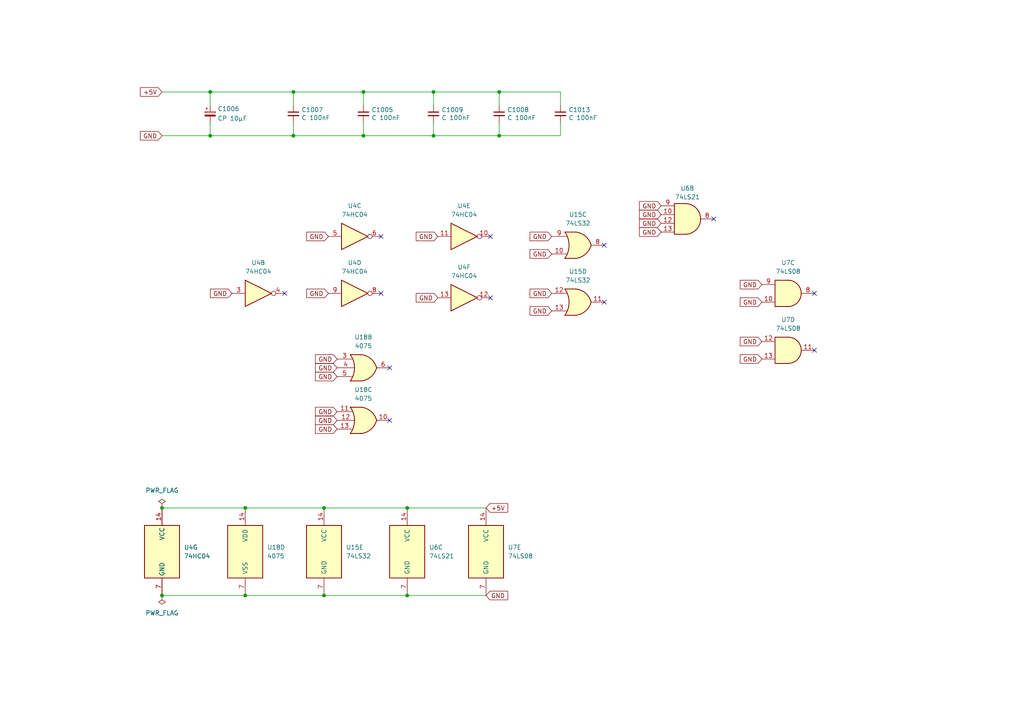
<source format=kicad_sch>
(kicad_sch (version 20231120) (generator "eeschema") (generator_version "8.0")
  (paper "A4")
  (title_block (title "Myth Microcontroller Project") (date "2024-09-21") (rev "1") (company "Picwok.com") (comment 1 "Project Contact: mim@ok-schalter.de (Michael)") (comment 2 "Author: Copyr. 2024 Michael Mangelsdorf/Dosflange@github") (comment 3 "Arithmetic-Logic Module (ALU)") (comment 4 "Glue Logic / Spare Units"))
  (lib_symbols
    (symbol "4xxx:4075" (pin_names (offset 1.016))
      (property "Reference" "U" (at 0 1.27 0))
      (property "Value" "4075" (at 0 -1.27 0))
      (symbol "4075_1_1"
        (arc (start -3.81 -3.81) (mid -2.589 0) (end -3.81 3.81) (stroke (width 0.254)))
        (arc (start -0.6096 -3.81) (mid 2.1855 -2.584) (end 3.81 0) (stroke (width 0.254)) (fill (type background)))
        (polyline (pts (xy -3.81 -3.81) (xy -0.635 -3.81)) (stroke (width 0.254)) (fill (type background)))
        (polyline (pts (xy -3.81 3.81) (xy -0.635 3.81)) (stroke (width 0.254)) (fill (type background)))
        (polyline (pts (xy -0.635 3.81) (xy -3.81 3.81) (xy -3.81 3.81) (xy -3.556 3.4036) (xy -3.0226 2.2606) (xy -2.6924 1.0414) (xy -2.6162 -0.254) (xy -2.7686 -1.4986) (xy -3.175 -2.7178) (xy -3.81 -3.81) (xy -3.81 -3.81) (xy -0.635 -3.81)) (stroke (width -25.4)) (fill (type background)))
        (arc (start 3.81 0) (mid 2.1928 2.5925) (end -0.6096 3.81) (stroke (width 0.254)) (fill (type background)))
        (pin input line (at -7.62 2.54 0) (length 4.318) (name "~") (number "1"))
        (pin input line (at -7.62 0 0) (length 4.953) (name "~") (number "2"))
        (pin input line (at -7.62 -2.54 0) (length 4.318) (name "~") (number "8"))
        (pin output line (at 7.62 0 180) (length 3.81) (name "~") (number "9"))
      )
      (symbol "4075_1_2"
        (arc (start 0 -3.81) (mid 3.7934 0) (end 0 3.81) (stroke (width 0.254)) (fill (type background)))
        (polyline (pts (xy 0 3.81) (xy -3.81 3.81) (xy -3.81 -3.81) (xy 0 -3.81)) (stroke (width 0.254)) (fill (type background)))
        (pin input inverted (at -7.62 2.54 0) (length 3.81) (name "~") (number "1"))
        (pin input inverted (at -7.62 0 0) (length 3.81) (name "~") (number "2"))
        (pin input inverted (at -7.62 -2.54 0) (length 3.81) (name "~") (number "8"))
        (pin output inverted (at 7.62 0 180) (length 3.81) (name "~") (number "9"))
      )
      (symbol "4075_2_1"
        (arc (start -3.81 -3.81) (mid -2.589 0) (end -3.81 3.81) (stroke (width 0.254)))
        (arc (start -0.6096 -3.81) (mid 2.1855 -2.584) (end 3.81 0) (stroke (width 0.254)) (fill (type background)))
        (polyline (pts (xy -3.81 -3.81) (xy -0.635 -3.81)) (stroke (width 0.254)) (fill (type background)))
        (polyline (pts (xy -3.81 3.81) (xy -0.635 3.81)) (stroke (width 0.254)) (fill (type background)))
        (polyline (pts (xy -0.635 3.81) (xy -3.81 3.81) (xy -3.81 3.81) (xy -3.556 3.4036) (xy -3.0226 2.2606) (xy -2.6924 1.0414) (xy -2.6162 -0.254) (xy -2.7686 -1.4986) (xy -3.175 -2.7178) (xy -3.81 -3.81) (xy -3.81 -3.81) (xy -0.635 -3.81)) (stroke (width -25.4)) (fill (type background)))
        (arc (start 3.81 0) (mid 2.1928 2.5925) (end -0.6096 3.81) (stroke (width 0.254)) (fill (type background)))
        (pin input line (at -7.62 2.54 0) (length 4.318) (name "~") (number "3"))
        (pin input line (at -7.62 0 0) (length 4.953) (name "~") (number "4"))
        (pin input line (at -7.62 -2.54 0) (length 4.318) (name "~") (number "5"))
        (pin output line (at 7.62 0 180) (length 3.81) (name "~") (number "6"))
      )
      (symbol "4075_2_2"
        (arc (start 0 -3.81) (mid 3.7934 0) (end 0 3.81) (stroke (width 0.254)) (fill (type background)))
        (polyline (pts (xy 0 3.81) (xy -3.81 3.81) (xy -3.81 -3.81) (xy 0 -3.81)) (stroke (width 0.254)) (fill (type background)))
        (pin input inverted (at -7.62 2.54 0) (length 3.81) (name "~") (number "3"))
        (pin input inverted (at -7.62 0 0) (length 3.81) (name "~") (number "4"))
        (pin input inverted (at -7.62 -2.54 0) (length 3.81) (name "~") (number "5"))
        (pin output inverted (at 7.62 0 180) (length 3.81) (name "~") (number "6"))
      )
      (symbol "4075_3_1"
        (arc (start -3.81 -3.81) (mid -2.589 0) (end -3.81 3.81) (stroke (width 0.254)))
        (arc (start -0.6096 -3.81) (mid 2.1855 -2.584) (end 3.81 0) (stroke (width 0.254)) (fill (type background)))
        (polyline (pts (xy -3.81 -3.81) (xy -0.635 -3.81)) (stroke (width 0.254)) (fill (type background)))
        (polyline (pts (xy -3.81 3.81) (xy -0.635 3.81)) (stroke (width 0.254)) (fill (type background)))
        (polyline (pts (xy -0.635 3.81) (xy -3.81 3.81) (xy -3.81 3.81) (xy -3.556 3.4036) (xy -3.0226 2.2606) (xy -2.6924 1.0414) (xy -2.6162 -0.254) (xy -2.7686 -1.4986) (xy -3.175 -2.7178) (xy -3.81 -3.81) (xy -3.81 -3.81) (xy -0.635 -3.81)) (stroke (width -25.4)) (fill (type background)))
        (arc (start 3.81 0) (mid 2.1928 2.5925) (end -0.6096 3.81) (stroke (width 0.254)) (fill (type background)))
        (pin output line (at 7.62 0 180) (length 3.81) (name "~") (number "10"))
        (pin input line (at -7.62 2.54 0) (length 4.318) (name "~") (number "11"))
        (pin input line (at -7.62 0 0) (length 4.953) (name "~") (number "12"))
        (pin input line (at -7.62 -2.54 0) (length 4.318) (name "~") (number "13"))
      )
      (symbol "4075_3_2"
        (arc (start 0 -3.81) (mid 3.7934 0) (end 0 3.81) (stroke (width 0.254)) (fill (type background)))
        (polyline (pts (xy 0 3.81) (xy -3.81 3.81) (xy -3.81 -3.81) (xy 0 -3.81)) (stroke (width 0.254)) (fill (type background)))
        (pin output inverted (at 7.62 0 180) (length 3.81) (name "~") (number "10"))
        (pin input inverted (at -7.62 2.54 0) (length 3.81) (name "~") (number "11"))
        (pin input inverted (at -7.62 0 0) (length 3.81) (name "~") (number "12"))
        (pin input inverted (at -7.62 -2.54 0) (length 3.81) (name "~") (number "13"))
      )
      (symbol "4075_4_0"
        (pin power_in line (at 0 12.7 270) (length 5.08) (name "VDD") (number "14"))
        (pin power_in line (at 0 -12.7 90) (length 5.08) (name "VSS") (number "7"))
      )
      (symbol "4075_4_1"
        (rectangle (start -5.08 7.62) (end 5.08 -7.62) (stroke (width 0.254)) (fill (type background)))
      )
    )
    (symbol "74xx:74HC04"
      (property "Reference" "U" (at 0 1.27 0))
      (property "Value" "74HC04" (at 0 -1.27 0))
      (symbol "74HC04_1_0"
        (polyline (pts (xy -3.81 3.81) (xy -3.81 -3.81) (xy 3.81 0) (xy -3.81 3.81)) (stroke (width 0.254)) (fill (type background)))
        (pin input line (at -7.62 0 0) (length 3.81) (name "~") (number "1"))
        (pin output inverted (at 7.62 0 180) (length 3.81) (name "~") (number "2"))
      )
      (symbol "74HC04_2_0"
        (polyline (pts (xy -3.81 3.81) (xy -3.81 -3.81) (xy 3.81 0) (xy -3.81 3.81)) (stroke (width 0.254)) (fill (type background)))
        (pin input line (at -7.62 0 0) (length 3.81) (name "~") (number "3"))
        (pin output inverted (at 7.62 0 180) (length 3.81) (name "~") (number "4"))
      )
      (symbol "74HC04_3_0"
        (polyline (pts (xy -3.81 3.81) (xy -3.81 -3.81) (xy 3.81 0) (xy -3.81 3.81)) (stroke (width 0.254)) (fill (type background)))
        (pin input line (at -7.62 0 0) (length 3.81) (name "~") (number "5"))
        (pin output inverted (at 7.62 0 180) (length 3.81) (name "~") (number "6"))
      )
      (symbol "74HC04_4_0"
        (polyline (pts (xy -3.81 3.81) (xy -3.81 -3.81) (xy 3.81 0) (xy -3.81 3.81)) (stroke (width 0.254)) (fill (type background)))
        (pin output inverted (at 7.62 0 180) (length 3.81) (name "~") (number "8"))
        (pin input line (at -7.62 0 0) (length 3.81) (name "~") (number "9"))
      )
      (symbol "74HC04_5_0"
        (polyline (pts (xy -3.81 3.81) (xy -3.81 -3.81) (xy 3.81 0) (xy -3.81 3.81)) (stroke (width 0.254)) (fill (type background)))
        (pin output inverted (at 7.62 0 180) (length 3.81) (name "~") (number "10"))
        (pin input line (at -7.62 0 0) (length 3.81) (name "~") (number "11"))
      )
      (symbol "74HC04_6_0"
        (polyline (pts (xy -3.81 3.81) (xy -3.81 -3.81) (xy 3.81 0) (xy -3.81 3.81)) (stroke (width 0.254)) (fill (type background)))
        (pin output inverted (at 7.62 0 180) (length 3.81) (name "~") (number "12"))
        (pin input line (at -7.62 0 0) (length 3.81) (name "~") (number "13"))
      )
      (symbol "74HC04_7_0"
        (pin power_in line (at 0 12.7 270) (length 5.08) (name "VCC") (number "14"))
        (pin power_in line (at 0 -12.7 90) (length 5.08) (name "GND") (number "7"))
      )
      (symbol "74HC04_7_1"
        (rectangle (start -5.08 7.62) (end 5.08 -7.62) (stroke (width 0.254)) (fill (type background)))
      )
    )
    (symbol "74xx:74LS08" (pin_names (offset 1.016))
      (property "Reference" "U" (at 0 1.27 0))
      (property "Value" "74LS08" (at 0 -1.27 0))
      (symbol "74LS08_1_1"
        (arc (start 0 -3.81) (mid 3.7934 0) (end 0 3.81) (stroke (width 0.254)) (fill (type background)))
        (polyline (pts (xy 0 3.81) (xy -3.81 3.81) (xy -3.81 -3.81) (xy 0 -3.81)) (stroke (width 0.254)) (fill (type background)))
        (pin input line (at -7.62 2.54 0) (length 3.81) (name "~") (number "1"))
        (pin input line (at -7.62 -2.54 0) (length 3.81) (name "~") (number "2"))
        (pin output line (at 7.62 0 180) (length 3.81) (name "~") (number "3"))
      )
      (symbol "74LS08_1_2"
        (arc (start -3.81 -3.81) (mid -2.589 0) (end -3.81 3.81) (stroke (width 0.254)))
        (arc (start -0.6096 -3.81) (mid 2.1855 -2.584) (end 3.81 0) (stroke (width 0.254)) (fill (type background)))
        (polyline (pts (xy -3.81 -3.81) (xy -0.635 -3.81)) (stroke (width 0.254)) (fill (type background)))
        (polyline (pts (xy -3.81 3.81) (xy -0.635 3.81)) (stroke (width 0.254)) (fill (type background)))
        (polyline (pts (xy -0.635 3.81) (xy -3.81 3.81) (xy -3.81 3.81) (xy -3.556 3.4036) (xy -3.0226 2.2606) (xy -2.6924 1.0414) (xy -2.6162 -0.254) (xy -2.7686 -1.4986) (xy -3.175 -2.7178) (xy -3.81 -3.81) (xy -3.81 -3.81) (xy -0.635 -3.81)) (stroke (width -25.4)) (fill (type background)))
        (arc (start 3.81 0) (mid 2.1928 2.5925) (end -0.6096 3.81) (stroke (width 0.254)) (fill (type background)))
        (pin input inverted (at -7.62 2.54 0) (length 4.318) (name "~") (number "1"))
        (pin input inverted (at -7.62 -2.54 0) (length 4.318) (name "~") (number "2"))
        (pin output inverted (at 7.62 0 180) (length 3.81) (name "~") (number "3"))
      )
      (symbol "74LS08_2_1"
        (arc (start 0 -3.81) (mid 3.7934 0) (end 0 3.81) (stroke (width 0.254)) (fill (type background)))
        (polyline (pts (xy 0 3.81) (xy -3.81 3.81) (xy -3.81 -3.81) (xy 0 -3.81)) (stroke (width 0.254)) (fill (type background)))
        (pin input line (at -7.62 2.54 0) (length 3.81) (name "~") (number "4"))
        (pin input line (at -7.62 -2.54 0) (length 3.81) (name "~") (number "5"))
        (pin output line (at 7.62 0 180) (length 3.81) (name "~") (number "6"))
      )
      (symbol "74LS08_2_2"
        (arc (start -3.81 -3.81) (mid -2.589 0) (end -3.81 3.81) (stroke (width 0.254)))
        (arc (start -0.6096 -3.81) (mid 2.1855 -2.584) (end 3.81 0) (stroke (width 0.254)) (fill (type background)))
        (polyline (pts (xy -3.81 -3.81) (xy -0.635 -3.81)) (stroke (width 0.254)) (fill (type background)))
        (polyline (pts (xy -3.81 3.81) (xy -0.635 3.81)) (stroke (width 0.254)) (fill (type background)))
        (polyline (pts (xy -0.635 3.81) (xy -3.81 3.81) (xy -3.81 3.81) (xy -3.556 3.4036) (xy -3.0226 2.2606) (xy -2.6924 1.0414) (xy -2.6162 -0.254) (xy -2.7686 -1.4986) (xy -3.175 -2.7178) (xy -3.81 -3.81) (xy -3.81 -3.81) (xy -0.635 -3.81)) (stroke (width -25.4)) (fill (type background)))
        (arc (start 3.81 0) (mid 2.1928 2.5925) (end -0.6096 3.81) (stroke (width 0.254)) (fill (type background)))
        (pin input inverted (at -7.62 2.54 0) (length 4.318) (name "~") (number "4"))
        (pin input inverted (at -7.62 -2.54 0) (length 4.318) (name "~") (number "5"))
        (pin output inverted (at 7.62 0 180) (length 3.81) (name "~") (number "6"))
      )
      (symbol "74LS08_3_1"
        (arc (start 0 -3.81) (mid 3.7934 0) (end 0 3.81) (stroke (width 0.254)) (fill (type background)))
        (polyline (pts (xy 0 3.81) (xy -3.81 3.81) (xy -3.81 -3.81) (xy 0 -3.81)) (stroke (width 0.254)) (fill (type background)))
        (pin input line (at -7.62 -2.54 0) (length 3.81) (name "~") (number "10"))
        (pin output line (at 7.62 0 180) (length 3.81) (name "~") (number "8"))
        (pin input line (at -7.62 2.54 0) (length 3.81) (name "~") (number "9"))
      )
      (symbol "74LS08_3_2"
        (arc (start -3.81 -3.81) (mid -2.589 0) (end -3.81 3.81) (stroke (width 0.254)))
        (arc (start -0.6096 -3.81) (mid 2.1855 -2.584) (end 3.81 0) (stroke (width 0.254)) (fill (type background)))
        (polyline (pts (xy -3.81 -3.81) (xy -0.635 -3.81)) (stroke (width 0.254)) (fill (type background)))
        (polyline (pts (xy -3.81 3.81) (xy -0.635 3.81)) (stroke (width 0.254)) (fill (type background)))
        (polyline (pts (xy -0.635 3.81) (xy -3.81 3.81) (xy -3.81 3.81) (xy -3.556 3.4036) (xy -3.0226 2.2606) (xy -2.6924 1.0414) (xy -2.6162 -0.254) (xy -2.7686 -1.4986) (xy -3.175 -2.7178) (xy -3.81 -3.81) (xy -3.81 -3.81) (xy -0.635 -3.81)) (stroke (width -25.4)) (fill (type background)))
        (arc (start 3.81 0) (mid 2.1928 2.5925) (end -0.6096 3.81) (stroke (width 0.254)) (fill (type background)))
        (pin input inverted (at -7.62 -2.54 0) (length 4.318) (name "~") (number "10"))
        (pin output inverted (at 7.62 0 180) (length 3.81) (name "~") (number "8"))
        (pin input inverted (at -7.62 2.54 0) (length 4.318) (name "~") (number "9"))
      )
      (symbol "74LS08_4_1"
        (arc (start 0 -3.81) (mid 3.7934 0) (end 0 3.81) (stroke (width 0.254)) (fill (type background)))
        (polyline (pts (xy 0 3.81) (xy -3.81 3.81) (xy -3.81 -3.81) (xy 0 -3.81)) (stroke (width 0.254)) (fill (type background)))
        (pin output line (at 7.62 0 180) (length 3.81) (name "~") (number "11"))
        (pin input line (at -7.62 2.54 0) (length 3.81) (name "~") (number "12"))
        (pin input line (at -7.62 -2.54 0) (length 3.81) (name "~") (number "13"))
      )
      (symbol "74LS08_4_2"
        (arc (start -3.81 -3.81) (mid -2.589 0) (end -3.81 3.81) (stroke (width 0.254)))
        (arc (start -0.6096 -3.81) (mid 2.1855 -2.584) (end 3.81 0) (stroke (width 0.254)) (fill (type background)))
        (polyline (pts (xy -3.81 -3.81) (xy -0.635 -3.81)) (stroke (width 0.254)) (fill (type background)))
        (polyline (pts (xy -3.81 3.81) (xy -0.635 3.81)) (stroke (width 0.254)) (fill (type background)))
        (polyline (pts (xy -0.635 3.81) (xy -3.81 3.81) (xy -3.81 3.81) (xy -3.556 3.4036) (xy -3.0226 2.2606) (xy -2.6924 1.0414) (xy -2.6162 -0.254) (xy -2.7686 -1.4986) (xy -3.175 -2.7178) (xy -3.81 -3.81) (xy -3.81 -3.81) (xy -0.635 -3.81)) (stroke (width -25.4)) (fill (type background)))
        (arc (start 3.81 0) (mid 2.1928 2.5925) (end -0.6096 3.81) (stroke (width 0.254)) (fill (type background)))
        (pin output inverted (at 7.62 0 180) (length 3.81) (name "~") (number "11"))
        (pin input inverted (at -7.62 2.54 0) (length 4.318) (name "~") (number "12"))
        (pin input inverted (at -7.62 -2.54 0) (length 4.318) (name "~") (number "13"))
      )
      (symbol "74LS08_5_0"
        (pin power_in line (at 0 12.7 270) (length 5.08) (name "VCC") (number "14"))
        (pin power_in line (at 0 -12.7 90) (length 5.08) (name "GND") (number "7"))
      )
      (symbol "74LS08_5_1"
        (rectangle (start -5.08 7.62) (end 5.08 -7.62) (stroke (width 0.254)) (fill (type background)))
      )
    )
    (symbol "74xx:74LS21" (pin_names (offset 1.016))
      (property "Reference" "U" (at 0 1.27 0))
      (property "Value" "74LS21" (at 0 -1.27 0))
      (symbol "74LS21_1_1"
        (arc (start -0.635 -4.445) (mid 3.7907 0) (end -0.635 4.445) (stroke (width 0.254)) (fill (type background)))
        (polyline (pts (xy -0.635 4.445) (xy -3.81 4.445) (xy -3.81 -4.445) (xy -0.635 -4.445)) (stroke (width 0.254)) (fill (type background)))
        (pin input line (at -7.62 3.81 0) (length 3.81) (name "~") (number "1"))
        (pin input line (at -7.62 1.27 0) (length 3.81) (name "~") (number "2"))
        (pin input line (at -7.62 -1.27 0) (length 3.81) (name "~") (number "4"))
        (pin input line (at -7.62 -3.81 0) (length 3.81) (name "~") (number "5"))
        (pin output line (at 7.62 0 180) (length 3.81) (name "~") (number "6"))
      )
      (symbol "74LS21_1_2"
        (arc (start -3.81 -4.445) (mid -2.5908 0) (end -3.81 4.445) (stroke (width 0.254)))
        (arc (start -0.6096 -4.445) (mid 2.2246 -2.8422) (end 3.81 0) (stroke (width 0.254)) (fill (type background)))
        (polyline (pts (xy -3.81 -4.445) (xy -0.635 -4.445)) (stroke (width 0.254)) (fill (type background)))
        (polyline (pts (xy -3.81 4.445) (xy -0.635 4.445)) (stroke (width 0.254)) (fill (type background)))
        (polyline (pts (xy -0.635 4.445) (xy -3.81 4.445) (xy -3.81 4.445) (xy -3.6322 4.0894) (xy -3.0988 2.921) (xy -2.7686 1.6764) (xy -2.6162 0.4318) (xy -2.6416 -0.8636) (xy -2.8702 -2.1082) (xy -3.2512 -3.3274) (xy -3.81 -4.445) (xy -3.81 -4.445) (xy -0.635 -4.445)) (stroke (width -25.4)) (fill (type background)))
        (arc (start 3.81 0) (mid 2.2204 2.8379) (end -0.6096 4.445) (stroke (width 0.254)) (fill (type background)))
        (pin input inverted (at -7.62 3.81 0) (length 3.81) (name "~") (number "1"))
        (pin input inverted (at -7.62 1.27 0) (length 4.826) (name "~") (number "2"))
        (pin input inverted (at -7.62 -1.27 0) (length 4.826) (name "~") (number "4"))
        (pin input inverted (at -7.62 -3.81 0) (length 3.81) (name "~") (number "5"))
        (pin output inverted (at 7.62 0 180) (length 3.81) (name "~") (number "6"))
      )
      (symbol "74LS21_2_1"
        (arc (start -0.635 -4.445) (mid 3.7907 0) (end -0.635 4.445) (stroke (width 0.254)) (fill (type background)))
        (polyline (pts (xy -0.635 4.445) (xy -3.81 4.445) (xy -3.81 -4.445) (xy -0.635 -4.445)) (stroke (width 0.254)) (fill (type background)))
        (pin input line (at -7.62 1.27 0) (length 3.81) (name "~") (number "10"))
        (pin input line (at -7.62 -1.27 0) (length 3.81) (name "~") (number "12"))
        (pin input line (at -7.62 -3.81 0) (length 3.81) (name "~") (number "13"))
        (pin output line (at 7.62 0 180) (length 3.81) (name "~") (number "8"))
        (pin input line (at -7.62 3.81 0) (length 3.81) (name "~") (number "9"))
      )
      (symbol "74LS21_2_2"
        (arc (start -3.81 -4.445) (mid -2.5908 0) (end -3.81 4.445) (stroke (width 0.254)))
        (arc (start -0.6096 -4.445) (mid 2.2246 -2.8422) (end 3.81 0) (stroke (width 0.254)) (fill (type background)))
        (polyline (pts (xy -3.81 -4.445) (xy -0.635 -4.445)) (stroke (width 0.254)) (fill (type background)))
        (polyline (pts (xy -3.81 4.445) (xy -0.635 4.445)) (stroke (width 0.254)) (fill (type background)))
        (polyline (pts (xy -0.635 4.445) (xy -3.81 4.445) (xy -3.81 4.445) (xy -3.6322 4.0894) (xy -3.0988 2.921) (xy -2.7686 1.6764) (xy -2.6162 0.4318) (xy -2.6416 -0.8636) (xy -2.8702 -2.1082) (xy -3.2512 -3.3274) (xy -3.81 -4.445) (xy -3.81 -4.445) (xy -0.635 -4.445)) (stroke (width -25.4)) (fill (type background)))
        (arc (start 3.81 0) (mid 2.2204 2.8379) (end -0.6096 4.445) (stroke (width 0.254)) (fill (type background)))
        (pin input inverted (at -7.62 1.27 0) (length 4.826) (name "~") (number "10"))
        (pin input inverted (at -7.62 -1.27 0) (length 4.826) (name "~") (number "12"))
        (pin input inverted (at -7.62 -3.81 0) (length 3.81) (name "~") (number "13"))
        (pin output inverted (at 7.62 0 180) (length 3.81) (name "~") (number "8"))
        (pin input inverted (at -7.62 3.81 0) (length 3.81) (name "~") (number "9"))
      )
      (symbol "74LS21_3_0"
        (pin power_in line (at 0 12.7 270) (length 5.08) (name "VCC") (number "14"))
        (pin power_in line (at 0 -12.7 90) (length 5.08) (name "GND") (number "7"))
      )
      (symbol "74LS21_3_1"
        (rectangle (start -5.08 7.62) (end 5.08 -7.62) (stroke (width 0.254)) (fill (type background)))
      )
    )
    (symbol "74xx:74LS32" (pin_names (offset 1.016))
      (property "Reference" "U" (at 0 1.27 0))
      (property "Value" "74LS32" (at 0 -1.27 0))
      (symbol "74LS32_1_1"
        (arc (start -3.81 -3.81) (mid -2.589 0) (end -3.81 3.81) (stroke (width 0.254)))
        (arc (start -0.6096 -3.81) (mid 2.1855 -2.584) (end 3.81 0) (stroke (width 0.254)) (fill (type background)))
        (polyline (pts (xy -3.81 -3.81) (xy -0.635 -3.81)) (stroke (width 0.254)) (fill (type background)))
        (polyline (pts (xy -3.81 3.81) (xy -0.635 3.81)) (stroke (width 0.254)) (fill (type background)))
        (polyline (pts (xy -0.635 3.81) (xy -3.81 3.81) (xy -3.81 3.81) (xy -3.556 3.4036) (xy -3.0226 2.2606) (xy -2.6924 1.0414) (xy -2.6162 -0.254) (xy -2.7686 -1.4986) (xy -3.175 -2.7178) (xy -3.81 -3.81) (xy -3.81 -3.81) (xy -0.635 -3.81)) (stroke (width -25.4)) (fill (type background)))
        (arc (start 3.81 0) (mid 2.1928 2.5925) (end -0.6096 3.81) (stroke (width 0.254)) (fill (type background)))
        (pin input line (at -7.62 2.54 0) (length 4.318) (name "~") (number "1"))
        (pin input line (at -7.62 -2.54 0) (length 4.318) (name "~") (number "2"))
        (pin output line (at 7.62 0 180) (length 3.81) (name "~") (number "3"))
      )
      (symbol "74LS32_1_2"
        (arc (start 0 -3.81) (mid 3.7934 0) (end 0 3.81) (stroke (width 0.254)) (fill (type background)))
        (polyline (pts (xy 0 3.81) (xy -3.81 3.81) (xy -3.81 -3.81) (xy 0 -3.81)) (stroke (width 0.254)) (fill (type background)))
        (pin input inverted (at -7.62 2.54 0) (length 3.81) (name "~") (number "1"))
        (pin input inverted (at -7.62 -2.54 0) (length 3.81) (name "~") (number "2"))
        (pin output inverted (at 7.62 0 180) (length 3.81) (name "~") (number "3"))
      )
      (symbol "74LS32_2_1"
        (arc (start -3.81 -3.81) (mid -2.589 0) (end -3.81 3.81) (stroke (width 0.254)))
        (arc (start -0.6096 -3.81) (mid 2.1855 -2.584) (end 3.81 0) (stroke (width 0.254)) (fill (type background)))
        (polyline (pts (xy -3.81 -3.81) (xy -0.635 -3.81)) (stroke (width 0.254)) (fill (type background)))
        (polyline (pts (xy -3.81 3.81) (xy -0.635 3.81)) (stroke (width 0.254)) (fill (type background)))
        (polyline (pts (xy -0.635 3.81) (xy -3.81 3.81) (xy -3.81 3.81) (xy -3.556 3.4036) (xy -3.0226 2.2606) (xy -2.6924 1.0414) (xy -2.6162 -0.254) (xy -2.7686 -1.4986) (xy -3.175 -2.7178) (xy -3.81 -3.81) (xy -3.81 -3.81) (xy -0.635 -3.81)) (stroke (width -25.4)) (fill (type background)))
        (arc (start 3.81 0) (mid 2.1928 2.5925) (end -0.6096 3.81) (stroke (width 0.254)) (fill (type background)))
        (pin input line (at -7.62 2.54 0) (length 4.318) (name "~") (number "4"))
        (pin input line (at -7.62 -2.54 0) (length 4.318) (name "~") (number "5"))
        (pin output line (at 7.62 0 180) (length 3.81) (name "~") (number "6"))
      )
      (symbol "74LS32_2_2"
        (arc (start 0 -3.81) (mid 3.7934 0) (end 0 3.81) (stroke (width 0.254)) (fill (type background)))
        (polyline (pts (xy 0 3.81) (xy -3.81 3.81) (xy -3.81 -3.81) (xy 0 -3.81)) (stroke (width 0.254)) (fill (type background)))
        (pin input inverted (at -7.62 2.54 0) (length 3.81) (name "~") (number "4"))
        (pin input inverted (at -7.62 -2.54 0) (length 3.81) (name "~") (number "5"))
        (pin output inverted (at 7.62 0 180) (length 3.81) (name "~") (number "6"))
      )
      (symbol "74LS32_3_1"
        (arc (start -3.81 -3.81) (mid -2.589 0) (end -3.81 3.81) (stroke (width 0.254)))
        (arc (start -0.6096 -3.81) (mid 2.1855 -2.584) (end 3.81 0) (stroke (width 0.254)) (fill (type background)))
        (polyline (pts (xy -3.81 -3.81) (xy -0.635 -3.81)) (stroke (width 0.254)) (fill (type background)))
        (polyline (pts (xy -3.81 3.81) (xy -0.635 3.81)) (stroke (width 0.254)) (fill (type background)))
        (polyline (pts (xy -0.635 3.81) (xy -3.81 3.81) (xy -3.81 3.81) (xy -3.556 3.4036) (xy -3.0226 2.2606) (xy -2.6924 1.0414) (xy -2.6162 -0.254) (xy -2.7686 -1.4986) (xy -3.175 -2.7178) (xy -3.81 -3.81) (xy -3.81 -3.81) (xy -0.635 -3.81)) (stroke (width -25.4)) (fill (type background)))
        (arc (start 3.81 0) (mid 2.1928 2.5925) (end -0.6096 3.81) (stroke (width 0.254)) (fill (type background)))
        (pin input line (at -7.62 -2.54 0) (length 4.318) (name "~") (number "10"))
        (pin output line (at 7.62 0 180) (length 3.81) (name "~") (number "8"))
        (pin input line (at -7.62 2.54 0) (length 4.318) (name "~") (number "9"))
      )
      (symbol "74LS32_3_2"
        (arc (start 0 -3.81) (mid 3.7934 0) (end 0 3.81) (stroke (width 0.254)) (fill (type background)))
        (polyline (pts (xy 0 3.81) (xy -3.81 3.81) (xy -3.81 -3.81) (xy 0 -3.81)) (stroke (width 0.254)) (fill (type background)))
        (pin input inverted (at -7.62 -2.54 0) (length 3.81) (name "~") (number "10"))
        (pin output inverted (at 7.62 0 180) (length 3.81) (name "~") (number "8"))
        (pin input inverted (at -7.62 2.54 0) (length 3.81) (name "~") (number "9"))
      )
      (symbol "74LS32_4_1"
        (arc (start -3.81 -3.81) (mid -2.589 0) (end -3.81 3.81) (stroke (width 0.254)))
        (arc (start -0.6096 -3.81) (mid 2.1855 -2.584) (end 3.81 0) (stroke (width 0.254)) (fill (type background)))
        (polyline (pts (xy -3.81 -3.81) (xy -0.635 -3.81)) (stroke (width 0.254)) (fill (type background)))
        (polyline (pts (xy -3.81 3.81) (xy -0.635 3.81)) (stroke (width 0.254)) (fill (type background)))
        (polyline (pts (xy -0.635 3.81) (xy -3.81 3.81) (xy -3.81 3.81) (xy -3.556 3.4036) (xy -3.0226 2.2606) (xy -2.6924 1.0414) (xy -2.6162 -0.254) (xy -2.7686 -1.4986) (xy -3.175 -2.7178) (xy -3.81 -3.81) (xy -3.81 -3.81) (xy -0.635 -3.81)) (stroke (width -25.4)) (fill (type background)))
        (arc (start 3.81 0) (mid 2.1928 2.5925) (end -0.6096 3.81) (stroke (width 0.254)) (fill (type background)))
        (pin output line (at 7.62 0 180) (length 3.81) (name "~") (number "11"))
        (pin input line (at -7.62 2.54 0) (length 4.318) (name "~") (number "12"))
        (pin input line (at -7.62 -2.54 0) (length 4.318) (name "~") (number "13"))
      )
      (symbol "74LS32_4_2"
        (arc (start 0 -3.81) (mid 3.7934 0) (end 0 3.81) (stroke (width 0.254)) (fill (type background)))
        (polyline (pts (xy 0 3.81) (xy -3.81 3.81) (xy -3.81 -3.81) (xy 0 -3.81)) (stroke (width 0.254)) (fill (type background)))
        (pin output inverted (at 7.62 0 180) (length 3.81) (name "~") (number "11"))
        (pin input inverted (at -7.62 2.54 0) (length 3.81) (name "~") (number "12"))
        (pin input inverted (at -7.62 -2.54 0) (length 3.81) (name "~") (number "13"))
      )
      (symbol "74LS32_5_0"
        (pin power_in line (at 0 12.7 270) (length 5.08) (name "VCC") (number "14"))
        (pin power_in line (at 0 -12.7 90) (length 5.08) (name "GND") (number "7"))
      )
      (symbol "74LS32_5_1"
        (rectangle (start -5.08 7.62) (end 5.08 -7.62) (stroke (width 0.254)) (fill (type background)))
      )
    )
    (symbol "Device:C_Polarized_Small" (pin_numbers hide) (pin_names (offset 0.254) hide)
      (property "Reference" "C" (at 0.254 1.778 0))
      (property "Value" "C_Polarized_Small" (at 0.254 -2.032 0))
      (symbol "C_Polarized_Small_0_1"
        (rectangle (start -1.524 -0.3048) (end 1.524 -0.6858) (fill (type outline)))
        (rectangle (start -1.524 0.6858) (end 1.524 0.3048))
        (polyline (pts (xy -1.27 1.524) (xy -0.762 1.524)))
        (polyline (pts (xy -1.016 1.27) (xy -1.016 1.778)))
      )
      (symbol "C_Polarized_Small_1_1"
        (pin passive line (at 0 2.54 270) (length 1.8542) (name "~") (number "1"))
        (pin passive line (at 0 -2.54 90) (length 1.8542) (name "~") (number "2"))
      )
    )
    (symbol "Device:C_Small" (pin_numbers hide) (pin_names (offset 0.254) hide)
      (property "Reference" "C" (at 0.254 1.778 0))
      (property "Value" "C_Small" (at 0.254 -2.032 0))
      (symbol "C_Small_0_1"
        (polyline (pts (xy -1.524 -0.508) (xy 1.524 -0.508)) (stroke (width 0.3302)))
        (polyline (pts (xy -1.524 0.508) (xy 1.524 0.508)) (stroke (width 0.3048)))
      )
      (symbol "C_Small_1_1"
        (pin passive line (at 0 2.54 270) (length 2.032) (name "~") (number "1"))
        (pin passive line (at 0 -2.54 90) (length 2.032) (name "~") (number "2"))
      )
    )
    (symbol "power:PWR_FLAG" (power) (pin_numbers hide) (pin_names (offset 0) hide)
      (property "Value" "PWR_FLAG" (at 0 3.81 0))
      (symbol "PWR_FLAG_0_0"
        (pin power_out line (at 0 0 90) (length 0) (name "~") (number "1"))
      )
      (symbol "PWR_FLAG_0_1"
        (polyline (pts (xy 0 0) (xy 0 1.27) (xy -1.016 1.905) (xy 0 2.54) (xy 1.016 1.905) (xy 0 1.27)))
      )
    )
  )
  (junction (at 93.98 147.32))
  (junction (at 60.96 26.67))
  (junction (at 105.41 39.37))
  (junction (at 144.78 39.37))
  (junction (at 125.73 26.67))
  (junction (at 125.73 39.37))
  (junction (at 93.98 172.72))
  (junction (at 46.99 172.72))
  (junction (at 118.11 147.32))
  (junction (at 71.12 172.72))
  (junction (at 60.96 39.37))
  (junction (at 85.09 39.37))
  (junction (at 118.11 172.72))
  (junction (at 46.99 147.32))
  (junction (at 71.12 147.32))
  (junction (at 85.09 26.67))
  (junction (at 105.41 26.67))
  (junction (at 144.78 26.67))
  (no_connect (at 113.03 121.92))
  (no_connect (at 175.26 71.12))
  (no_connect (at 142.24 86.36))
  (no_connect (at 110.49 85.09))
  (no_connect (at 207.01 63.5))
  (no_connect (at 175.26 87.63))
  (no_connect (at 82.55 85.09))
  (no_connect (at 110.49 68.58))
  (no_connect (at 236.22 85.09))
  (no_connect (at 236.22 101.6))
  (no_connect (at 142.24 68.58))
  (no_connect (at 113.03 106.68))
  (wire (pts (xy 144.78 30.48) (xy 144.78 26.67)))
  (wire (pts (xy 85.09 39.37) (xy 105.41 39.37)))
  (wire (pts (xy 71.12 172.72) (xy 93.98 172.72)))
  (wire (pts (xy 105.41 35.56) (xy 105.41 39.37)))
  (wire (pts (xy 60.96 30.48) (xy 60.96 26.67)))
  (wire (pts (xy 105.41 39.37) (xy 125.73 39.37)))
  (wire (pts (xy 93.98 172.72) (xy 118.11 172.72)))
  (wire (pts (xy 125.73 26.67) (xy 144.78 26.67)))
  (wire (pts (xy 46.99 39.37) (xy 60.96 39.37)))
  (wire (pts (xy 60.96 39.37) (xy 85.09 39.37)))
  (wire (pts (xy 144.78 35.56) (xy 144.78 39.37)))
  (wire (pts (xy 118.11 147.32) (xy 140.97 147.32)))
  (wire (pts (xy 85.09 26.67) (xy 105.41 26.67)))
  (wire (pts (xy 125.73 35.56) (xy 125.73 39.37)))
  (wire (pts (xy 125.73 39.37) (xy 144.78 39.37)))
  (wire (pts (xy 46.99 26.67) (xy 60.96 26.67)))
  (wire (pts (xy 85.09 30.48) (xy 85.09 26.67)))
  (wire (pts (xy 60.96 26.67) (xy 85.09 26.67)))
  (wire (pts (xy 93.98 147.32) (xy 118.11 147.32)))
  (wire (pts (xy 105.41 30.48) (xy 105.41 26.67)))
  (wire (pts (xy 105.41 26.67) (xy 125.73 26.67)))
  (wire (pts (xy 85.09 35.56) (xy 85.09 39.37)))
  (wire (pts (xy 118.11 172.72) (xy 140.97 172.72)))
  (wire (pts (xy 144.78 26.67) (xy 162.56 26.67)))
  (wire (pts (xy 46.99 172.72) (xy 71.12 172.72)))
  (wire (pts (xy 46.99 147.32) (xy 71.12 147.32)))
  (wire (pts (xy 144.78 39.37) (xy 162.56 39.37)))
  (wire (pts (xy 60.96 35.56) (xy 60.96 39.37)))
  (wire (pts (xy 71.12 147.32) (xy 93.98 147.32)))
  (wire (pts (xy 162.56 35.56) (xy 162.56 39.37)))
  (wire (pts (xy 125.73 30.48) (xy 125.73 26.67)))
  (wire (pts (xy 162.56 30.48) (xy 162.56 26.67)))
  (global_label "GND" (shape input) (at 191.77 59.69 180) (property "Intersheetrefs" "${INTERSHEET_REFS}" (effects (hide yes))))
  (global_label "GND" (shape input) (at 97.79 109.22 180) (property "Intersheetrefs" "${INTERSHEET_REFS}" (effects (hide yes))))
  (global_label "GND" (shape input) (at 191.77 62.23 180) (property "Intersheetrefs" "${INTERSHEET_REFS}" (effects (hide yes))))
  (global_label "GND" (shape input) (at 97.79 106.68 180) (property "Intersheetrefs" "${INTERSHEET_REFS}" (effects (hide yes))))
  (global_label "GND" (shape input) (at 160.02 68.58 180) (property "Intersheetrefs" "${INTERSHEET_REFS}" (effects (hide yes))))
  (global_label "GND" (shape input) (at 97.79 119.38 180) (property "Intersheetrefs" "${INTERSHEET_REFS}" (effects (hide yes))))
  (global_label "GND" (shape input) (at 46.99 39.37 180) (property "Intersheetrefs" "${INTERSHEET_REFS}" (effects (hide yes))))
  (global_label "GND" (shape input) (at 191.77 67.31 180) (property "Intersheetrefs" "${INTERSHEET_REFS}" (effects (hide yes))))
  (global_label "+5V" (shape input) (at 140.97 147.32 0) (property "Intersheetrefs" "${INTERSHEET_REFS}" (effects (hide yes))))
  (global_label "GND" (shape input) (at 220.98 87.63 180) (property "Intersheetrefs" "${INTERSHEET_REFS}" (effects (hide yes))))
  (global_label "GND" (shape input) (at 97.79 124.46 180) (property "Intersheetrefs" "${INTERSHEET_REFS}" (effects (hide yes))))
  (global_label "GND" (shape input) (at 220.98 104.14 180) (property "Intersheetrefs" "${INTERSHEET_REFS}" (effects (hide yes))))
  (global_label "GND" (shape input) (at 160.02 90.17 180) (property "Intersheetrefs" "${INTERSHEET_REFS}" (effects (hide yes))))
  (global_label "GND" (shape input) (at 160.02 73.66 180) (property "Intersheetrefs" "${INTERSHEET_REFS}" (effects (hide yes))))
  (global_label "GND" (shape input) (at 97.79 104.14 180) (property "Intersheetrefs" "${INTERSHEET_REFS}" (effects (hide yes))))
  (global_label "GND" (shape input) (at 95.25 85.09 180) (property "Intersheetrefs" "${INTERSHEET_REFS}" (effects (hide yes))))
  (global_label "GND" (shape input) (at 220.98 99.06 180) (property "Intersheetrefs" "${INTERSHEET_REFS}" (effects (hide yes))))
  (global_label "GND" (shape input) (at 127 68.58 180) (property "Intersheetrefs" "${INTERSHEET_REFS}" (effects (hide yes))))
  (global_label "GND" (shape input) (at 220.98 82.55 180) (property "Intersheetrefs" "${INTERSHEET_REFS}" (effects (hide yes))))
  (global_label "GND" (shape input) (at 97.79 121.92 180) (property "Intersheetrefs" "${INTERSHEET_REFS}" (effects (hide yes))))
  (global_label "GND" (shape input) (at 140.97 172.72 0) (property "Intersheetrefs" "${INTERSHEET_REFS}" (effects (hide yes))))
  (global_label "+5V" (shape input) (at 46.99 26.67 180) (property "Intersheetrefs" "${INTERSHEET_REFS}" (effects (hide yes))))
  (global_label "GND" (shape input) (at 127 86.36 180) (property "Intersheetrefs" "${INTERSHEET_REFS}" (effects (hide yes))))
  (global_label "GND" (shape input) (at 191.77 64.77 180) (property "Intersheetrefs" "${INTERSHEET_REFS}" (effects (hide yes))))
  (global_label "GND" (shape input) (at 67.31 85.09 180) (property "Intersheetrefs" "${INTERSHEET_REFS}" (effects (hide yes))))
  (global_label "GND" (shape input) (at 95.25 68.58 180) (property "Intersheetrefs" "${INTERSHEET_REFS}" (effects (hide yes))))
  (global_label "GND" (shape input) (at 160.02 85.09 180) (property "Intersheetrefs" "${INTERSHEET_REFS}" (effects (hide yes))))
  (symbol (lib_id "74xx:74LS08") (at 228.6 85.09 0) (unit 3)
    (property "Reference" "U7" (at 228.5917 76.2 0))
    (property "Value" "74LS08" (at 228.5917 78.74 0))
    (property "Footprint" "Package_DIP:DIP-14_W7.62mm_Socket_LongPads" (effects (hide yes)))
    (property "Datasheet" "http://www.ti.com/lit/gpn/sn74LS08" (effects (hide yes)))
    (property "Description" "Quad And2" (effects (hide yes)))
  )
  (symbol (lib_id "74xx:74LS32") (at 167.64 87.63 0) (unit 4)
    (property "Reference" "U15" (at 167.64 78.74 0))
    (property "Value" "74LS32" (at 167.64 81.28 0))
    (property "Footprint" "Package_DIP:DIP-14_W7.62mm_Socket_LongPads" (effects (hide yes)))
    (property "Datasheet" "http://www.ti.com/lit/gpn/sn74LS32" (effects (hide yes)))
    (property "Description" "Quad 2-input OR" (effects (hide yes)))
  )
  (symbol (lib_id "Device:C_Polarized_Small") (at 60.96 33.02 0) (unit 1)
    (property "Reference" "C1006" (at 63.119 31.5654 0) (effects (justify left)))
    (property "Value" "CP 10μF" (at 63.119 34.3405 0) (effects (justify left)))
    (property "Footprint" "Capacitor_THT:CP_Radial_D6.3mm_P2.50mm" (effects (hide yes)))
  )
  (symbol (lib_id "Device:C_Small") (at 85.09 33.02 0) (unit 1)
    (property "Reference" "C1007" (at 87.4268 31.8516 0) (effects (justify left)))
    (property "Value" "C 100nF" (at 87.4268 34.163 0) (effects (justify left)))
    (property "Footprint" "Capacitor_THT:C_Disc_D5.0mm_W2.5mm_P2.50mm" (effects (hide yes)))
  )
  (symbol (lib_id "74xx:74HC04") (at 134.62 86.36 0) (unit 6)
    (property "Reference" "U4" (at 134.62 77.47 0))
    (property "Value" "74HC04" (at 134.62 80.01 0))
    (property "Footprint" "Package_DIP:DIP-14_W7.62mm_Socket_LongPads" (effects (hide yes)))
    (property "Datasheet" "https://assets.nexperia.com/documents/data-sheet/74HC_HCT04.pdf" (effects (hide yes)))
    (property "Description" "Hex Inverter" (effects (hide yes)))
  )
  (symbol (lib_id "74xx:74LS08") (at 228.6 101.6 0) (unit 4)
    (property "Reference" "U7" (at 228.5917 92.71 0))
    (property "Value" "74LS08" (at 228.5917 95.25 0))
    (property "Footprint" "Package_DIP:DIP-14_W7.62mm_Socket_LongPads" (effects (hide yes)))
    (property "Datasheet" "http://www.ti.com/lit/gpn/sn74LS08" (effects (hide yes)))
    (property "Description" "Quad And2" (effects (hide yes)))
  )
  (symbol (lib_id "74xx:74HC04") (at 46.99 160.02 0) (unit 7)
    (property "Reference" "U4" (at 53.34 158.7499 0) (effects (justify left)))
    (property "Value" "74HC04" (at 53.34 161.2899 0) (effects (justify left)))
    (property "Footprint" "Package_DIP:DIP-14_W7.62mm_Socket_LongPads" (effects (hide yes)))
    (property "Datasheet" "https://assets.nexperia.com/documents/data-sheet/74HC_HCT04.pdf" (effects (hide yes)))
    (property "Description" "Hex Inverter" (effects (hide yes)))
  )
  (symbol (lib_id "74xx:74LS08") (at 140.97 160.02 0) (unit 5)
    (property "Reference" "U7" (at 147.32 158.7499 0) (effects (justify left)))
    (property "Value" "74LS08" (at 147.32 161.2899 0) (effects (justify left)))
    (property "Footprint" "Package_DIP:DIP-14_W7.62mm_Socket_LongPads" (effects (hide yes)))
    (property "Datasheet" "http://www.ti.com/lit/gpn/sn74LS08" (effects (hide yes)))
    (property "Description" "Quad And2" (effects (hide yes)))
  )
  (symbol (lib_id "74xx:74HC04") (at 134.62 68.58 0) (unit 5)
    (property "Reference" "U4" (at 134.62 59.69 0))
    (property "Value" "74HC04" (at 134.62 62.23 0))
    (property "Footprint" "Package_DIP:DIP-14_W7.62mm_Socket_LongPads" (effects (hide yes)))
    (property "Datasheet" "https://assets.nexperia.com/documents/data-sheet/74HC_HCT04.pdf" (effects (hide yes)))
    (property "Description" "Hex Inverter" (effects (hide yes)))
  )
  (symbol (lib_id "74xx:74LS21") (at 199.39 63.5 0) (unit 2)
    (property "Reference" "U6" (at 199.3803 54.61 0))
    (property "Value" "74LS21" (at 199.3803 57.15 0))
    (property "Footprint" "Package_DIP:DIP-14_W7.62mm_Socket_LongPads" (effects (hide yes)))
    (property "Datasheet" "http://www.ti.com/lit/gpn/sn74LS21" (effects (hide yes)))
    (property "Description" "Dual 4-input AND" (effects (hide yes)))
  )
  (symbol (lib_id "74xx:74HC04") (at 74.93 85.09 0) (unit 2)
    (property "Reference" "U4" (at 74.93 76.2 0))
    (property "Value" "74HC04" (at 74.93 78.74 0))
    (property "Footprint" "Package_DIP:DIP-14_W7.62mm_Socket_LongPads" (effects (hide yes)))
    (property "Datasheet" "https://assets.nexperia.com/documents/data-sheet/74HC_HCT04.pdf" (effects (hide yes)))
    (property "Description" "Hex Inverter" (effects (hide yes)))
  )
  (symbol (lib_id "74xx:74HC04") (at 102.87 68.58 0) (unit 3)
    (property "Reference" "U4" (at 102.87 59.69 0))
    (property "Value" "74HC04" (at 102.87 62.23 0))
    (property "Footprint" "Package_DIP:DIP-14_W7.62mm_Socket_LongPads" (effects (hide yes)))
    (property "Datasheet" "https://assets.nexperia.com/documents/data-sheet/74HC_HCT04.pdf" (effects (hide yes)))
    (property "Description" "Hex Inverter" (effects (hide yes)))
  )
  (symbol (lib_id "74xx:74HC04") (at 102.87 85.09 0) (unit 4)
    (property "Reference" "U4" (at 102.87 76.2 0))
    (property "Value" "74HC04" (at 102.87 78.74 0))
    (property "Footprint" "Package_DIP:DIP-14_W7.62mm_Socket_LongPads" (effects (hide yes)))
    (property "Datasheet" "https://assets.nexperia.com/documents/data-sheet/74HC_HCT04.pdf" (effects (hide yes)))
    (property "Description" "Hex Inverter" (effects (hide yes)))
  )
  (symbol (lib_id "74xx:74LS32") (at 93.98 160.02 0) (unit 5)
    (property "Reference" "U15" (at 100.33 158.7499 0) (effects (justify left)))
    (property "Value" "74LS32" (at 100.33 161.2899 0) (effects (justify left)))
    (property "Footprint" "Package_DIP:DIP-14_W7.62mm_Socket_LongPads" (effects (hide yes)))
    (property "Datasheet" "http://www.ti.com/lit/gpn/sn74LS32" (effects (hide yes)))
    (property "Description" "Quad 2-input OR" (effects (hide yes)))
  )
  (symbol (lib_id "74xx:74LS21") (at 118.11 160.02 0) (unit 3)
    (property "Reference" "U6" (at 124.46 158.7499 0) (effects (justify left)))
    (property "Value" "74LS21" (at 124.46 161.2899 0) (effects (justify left)))
    (property "Footprint" "Package_DIP:DIP-14_W7.62mm_Socket_LongPads" (effects (hide yes)))
    (property "Datasheet" "http://www.ti.com/lit/gpn/sn74LS21" (effects (hide yes)))
    (property "Description" "Dual 4-input AND" (effects (hide yes)))
  )
  (symbol (lib_id "74xx:74LS32") (at 167.64 71.12 0) (unit 3)
    (property "Reference" "U15" (at 167.64 62.23 0))
    (property "Value" "74LS32" (at 167.64 64.77 0))
    (property "Footprint" "Package_DIP:DIP-14_W7.62mm_Socket_LongPads" (effects (hide yes)))
    (property "Datasheet" "http://www.ti.com/lit/gpn/sn74LS32" (effects (hide yes)))
    (property "Description" "Quad 2-input OR" (effects (hide yes)))
  )
  (symbol (lib_id "4xxx:4075") (at 105.41 121.92 0) (unit 3)
    (property "Reference" "U18" (at 105.41 113.03 0))
    (property "Value" "4075" (at 105.41 115.57 0))
    (property "Footprint" "Package_DIP:DIP-14_W7.62mm_Socket_LongPads" (effects (hide yes)))
    (property "Datasheet" "http://www.intersil.com/content/dam/Intersil/documents/cd40/cd4071bms-72bms-75bms.pdf" (effects (hide yes)))
    (property "Description" "Triple Or 3 inputs" (effects (hide yes)))
  )
  (symbol (lib_id "power:PWR_FLAG") (at 46.99 172.72 180) (unit 1)
    (property "Reference" "#FLG02" (effects (hide yes)))
    (property "Value" "PWR_FLAG" (at 46.99 177.8 0))
    (property "Description" "Special symbol for telling ERC where power comes from" (effects (hide yes)))
  )
  (symbol (lib_id "Device:C_Small") (at 144.78 33.02 0) (unit 1)
    (property "Reference" "C1008" (at 147.1168 31.8516 0) (effects (justify left)))
    (property "Value" "C 100nF" (at 147.1168 34.163 0) (effects (justify left)))
    (property "Footprint" "Capacitor_THT:C_Disc_D5.0mm_W2.5mm_P2.50mm" (effects (hide yes)))
  )
  (symbol (lib_id "Device:C_Small") (at 105.41 33.02 0) (unit 1)
    (property "Reference" "C1005" (at 107.7468 31.8516 0) (effects (justify left)))
    (property "Value" "C 100nF" (at 107.7468 34.163 0) (effects (justify left)))
    (property "Footprint" "Capacitor_THT:C_Disc_D5.0mm_W2.5mm_P2.50mm" (effects (hide yes)))
  )
  (symbol (lib_id "4xxx:4075") (at 105.41 106.68 0) (unit 2)
    (property "Reference" "U18" (at 105.41 97.79 0))
    (property "Value" "4075" (at 105.41 100.33 0))
    (property "Footprint" "Package_DIP:DIP-14_W7.62mm_Socket_LongPads" (effects (hide yes)))
    (property "Datasheet" "http://www.intersil.com/content/dam/Intersil/documents/cd40/cd4071bms-72bms-75bms.pdf" (effects (hide yes)))
    (property "Description" "Triple Or 3 inputs" (effects (hide yes)))
  )
  (symbol (lib_id "Device:C_Small") (at 125.73 33.02 0) (unit 1)
    (property "Reference" "C1009" (at 128.0668 31.8516 0) (effects (justify left)))
    (property "Value" "C 100nF" (at 128.0668 34.163 0) (effects (justify left)))
    (property "Footprint" "Capacitor_THT:C_Disc_D5.0mm_W2.5mm_P2.50mm" (effects (hide yes)))
  )
  (symbol (lib_id "4xxx:4075") (at 71.12 160.02 0) (unit 4)
    (property "Reference" "U18" (at 77.47 158.7499 0) (effects (justify left)))
    (property "Value" "4075" (at 77.47 161.2899 0) (effects (justify left)))
    (property "Footprint" "Package_DIP:DIP-14_W7.62mm_Socket_LongPads" (effects (hide yes)))
    (property "Datasheet" "http://www.intersil.com/content/dam/Intersil/documents/cd40/cd4071bms-72bms-75bms.pdf" (effects (hide yes)))
    (property "Description" "Triple Or 3 inputs" (effects (hide yes)))
  )
  (symbol (lib_id "Device:C_Small") (at 162.56 33.02 0) (unit 1)
    (property "Reference" "C1013" (at 164.8968 31.8516 0) (effects (justify left)))
    (property "Value" "C 100nF" (at 164.8968 34.163 0) (effects (justify left)))
    (property "Footprint" "Capacitor_THT:C_Disc_D5.0mm_W2.5mm_P2.50mm" (effects (hide yes)))
  )
  (symbol (lib_id "power:PWR_FLAG") (at 46.99 147.32 0) (unit 1)
    (property "Reference" "#FLG01" (effects (hide yes)))
    (property "Value" "PWR_FLAG" (at 46.99 142.24 0))
    (property "Description" "Special symbol for telling ERC where power comes from" (effects (hide yes)))
  )
)
</source>
